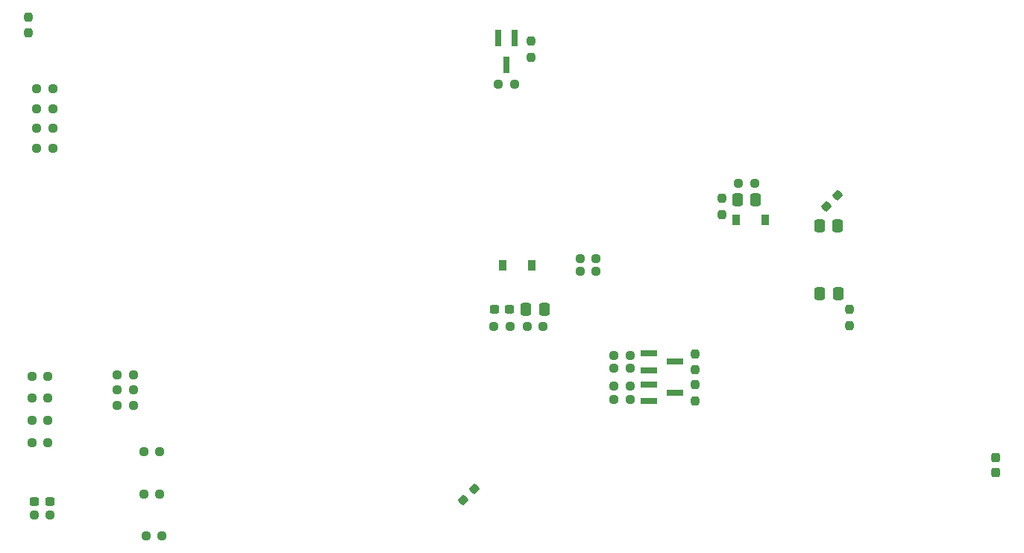
<source format=gbp>
%TF.GenerationSoftware,KiCad,Pcbnew,(6.0.11)*%
%TF.CreationDate,2023-08-03T06:57:00+09:00*%
%TF.ProjectId,motordriver,6d6f746f-7264-4726-9976-65722e6b6963,rev?*%
%TF.SameCoordinates,Original*%
%TF.FileFunction,Paste,Bot*%
%TF.FilePolarity,Positive*%
%FSLAX46Y46*%
G04 Gerber Fmt 4.6, Leading zero omitted, Abs format (unit mm)*
G04 Created by KiCad (PCBNEW (6.0.11)) date 2023-08-03 06:57:00*
%MOMM*%
%LPD*%
G01*
G04 APERTURE LIST*
G04 Aperture macros list*
%AMRoundRect*
0 Rectangle with rounded corners*
0 $1 Rounding radius*
0 $2 $3 $4 $5 $6 $7 $8 $9 X,Y pos of 4 corners*
0 Add a 4 corners polygon primitive as box body*
4,1,4,$2,$3,$4,$5,$6,$7,$8,$9,$2,$3,0*
0 Add four circle primitives for the rounded corners*
1,1,$1+$1,$2,$3*
1,1,$1+$1,$4,$5*
1,1,$1+$1,$6,$7*
1,1,$1+$1,$8,$9*
0 Add four rect primitives between the rounded corners*
20,1,$1+$1,$2,$3,$4,$5,0*
20,1,$1+$1,$4,$5,$6,$7,0*
20,1,$1+$1,$6,$7,$8,$9,0*
20,1,$1+$1,$8,$9,$2,$3,0*%
G04 Aperture macros list end*
%ADD10RoundRect,0.237500X-0.237500X0.250000X-0.237500X-0.250000X0.237500X-0.250000X0.237500X0.250000X0*%
%ADD11RoundRect,0.237500X-0.237500X0.300000X-0.237500X-0.300000X0.237500X-0.300000X0.237500X0.300000X0*%
%ADD12RoundRect,0.237500X-0.250000X-0.237500X0.250000X-0.237500X0.250000X0.237500X-0.250000X0.237500X0*%
%ADD13RoundRect,0.237500X-0.300000X-0.237500X0.300000X-0.237500X0.300000X0.237500X-0.300000X0.237500X0*%
%ADD14RoundRect,0.237500X0.237500X-0.250000X0.237500X0.250000X-0.237500X0.250000X-0.237500X-0.250000X0*%
%ADD15RoundRect,0.237500X0.250000X0.237500X-0.250000X0.237500X-0.250000X-0.237500X0.250000X-0.237500X0*%
%ADD16RoundRect,0.237500X0.008839X0.344715X-0.344715X-0.008839X-0.008839X-0.344715X0.344715X0.008839X0*%
%ADD17R,1.900000X0.800000*%
%ADD18R,0.900000X1.200000*%
%ADD19RoundRect,0.250000X-0.337500X-0.475000X0.337500X-0.475000X0.337500X0.475000X-0.337500X0.475000X0*%
%ADD20R,0.800000X1.900000*%
%ADD21RoundRect,0.250000X0.337500X0.475000X-0.337500X0.475000X-0.337500X-0.475000X0.337500X-0.475000X0*%
%ADD22RoundRect,0.237500X0.300000X0.237500X-0.300000X0.237500X-0.300000X-0.237500X0.300000X-0.237500X0*%
%ADD23RoundRect,0.237500X-0.008839X-0.344715X0.344715X0.008839X0.008839X0.344715X-0.344715X-0.008839X0*%
G04 APERTURE END LIST*
D10*
%TO.C,R37*%
X173887501Y-105121053D03*
X173887501Y-106946053D03*
%TD*%
D11*
%TO.C,C24*%
X208050000Y-113387500D03*
X208050000Y-115112500D03*
%TD*%
D12*
%TO.C,R34*%
X164725000Y-103249999D03*
X166550000Y-103249999D03*
%TD*%
%TO.C,R36*%
X164725000Y-101750000D03*
X166550000Y-101750000D03*
%TD*%
%TO.C,R30*%
X99174999Y-76000000D03*
X100999999Y-76000000D03*
%TD*%
D13*
%TO.C,C8*%
X151137500Y-96500000D03*
X152862500Y-96500000D03*
%TD*%
D14*
%TO.C,R38*%
X173887501Y-103412500D03*
X173887501Y-101587500D03*
%TD*%
D15*
%TO.C,R12*%
X110162500Y-105700000D03*
X108337500Y-105700000D03*
%TD*%
D12*
%TO.C,R28*%
X99175000Y-71500001D03*
X101000000Y-71500001D03*
%TD*%
D15*
%TO.C,R20*%
X113162500Y-112750000D03*
X111337500Y-112750000D03*
%TD*%
D14*
%TO.C,R45*%
X191465000Y-98382500D03*
X191465000Y-96557500D03*
%TD*%
D15*
%TO.C,R13*%
X100462500Y-106650000D03*
X98637500Y-106650000D03*
%TD*%
D16*
%TO.C,R47*%
X190110235Y-83574765D03*
X188819765Y-84865235D03*
%TD*%
D15*
%TO.C,R2*%
X113162500Y-117500000D03*
X111337500Y-117500000D03*
%TD*%
D17*
%TO.C,Q9*%
X168637500Y-106983554D03*
X168637500Y-105083554D03*
X171637500Y-106033554D03*
%TD*%
D18*
%TO.C,D1*%
X178550000Y-86340000D03*
X181850000Y-86340000D03*
%TD*%
D19*
%TO.C,C3*%
X178712500Y-84090000D03*
X180787500Y-84090000D03*
%TD*%
D18*
%TO.C,D4*%
X155400000Y-91500000D03*
X152100000Y-91500000D03*
%TD*%
D20*
%TO.C,Q2*%
X151550000Y-65750000D03*
X153450000Y-65750000D03*
X152500000Y-68750000D03*
%TD*%
D15*
%TO.C,R1*%
X100712500Y-119900000D03*
X98887500Y-119900000D03*
%TD*%
D12*
%TO.C,R33*%
X164725000Y-106783554D03*
X166550000Y-106783554D03*
%TD*%
D21*
%TO.C,C6*%
X156787500Y-96500000D03*
X154712500Y-96500000D03*
%TD*%
D15*
%TO.C,R11*%
X110162500Y-103950000D03*
X108337500Y-103950000D03*
%TD*%
%TO.C,R15*%
X100462500Y-109150000D03*
X98637500Y-109150000D03*
%TD*%
D12*
%TO.C,R29*%
X99174999Y-73750000D03*
X100999999Y-73750000D03*
%TD*%
%TO.C,R6*%
X178837500Y-82265000D03*
X180662500Y-82265000D03*
%TD*%
D17*
%TO.C,Q10*%
X168637500Y-103450000D03*
X168637500Y-101550000D03*
X171637500Y-102500000D03*
%TD*%
D21*
%TO.C,C17*%
X190167500Y-94800000D03*
X188092500Y-94800000D03*
%TD*%
D15*
%TO.C,R21*%
X152912500Y-98500000D03*
X151087500Y-98500000D03*
%TD*%
D12*
%TO.C,R31*%
X99174999Y-78250000D03*
X100999999Y-78250000D03*
%TD*%
D10*
%TO.C,R18*%
X98250000Y-63337500D03*
X98250000Y-65162500D03*
%TD*%
D15*
%TO.C,R3*%
X113412500Y-122250000D03*
X111587500Y-122250000D03*
%TD*%
D12*
%TO.C,R35*%
X164725000Y-105283554D03*
X166550000Y-105283554D03*
%TD*%
D14*
%TO.C,R14*%
X155250000Y-67912500D03*
X155250000Y-66087500D03*
%TD*%
D15*
%TO.C,R16*%
X100462500Y-111650000D03*
X98637500Y-111650000D03*
%TD*%
%TO.C,R39*%
X162662500Y-92250000D03*
X160837500Y-92250000D03*
%TD*%
%TO.C,R8*%
X100462500Y-104150000D03*
X98637500Y-104150000D03*
%TD*%
D22*
%TO.C,C1*%
X100662500Y-118400000D03*
X98937500Y-118400000D03*
%TD*%
D23*
%TO.C,R55*%
X147604765Y-118195235D03*
X148895235Y-116904765D03*
%TD*%
D10*
%TO.C,R5*%
X177000000Y-83927500D03*
X177000000Y-85752500D03*
%TD*%
D15*
%TO.C,R19*%
X110162500Y-107500000D03*
X108337500Y-107500000D03*
%TD*%
D21*
%TO.C,C16*%
X190087500Y-87050000D03*
X188012500Y-87050000D03*
%TD*%
D12*
%TO.C,R17*%
X154837500Y-98500000D03*
X156662500Y-98500000D03*
%TD*%
D15*
%TO.C,R40*%
X162662500Y-90750000D03*
X160837500Y-90750000D03*
%TD*%
%TO.C,R7*%
X153412500Y-71000000D03*
X151587500Y-71000000D03*
%TD*%
M02*

</source>
